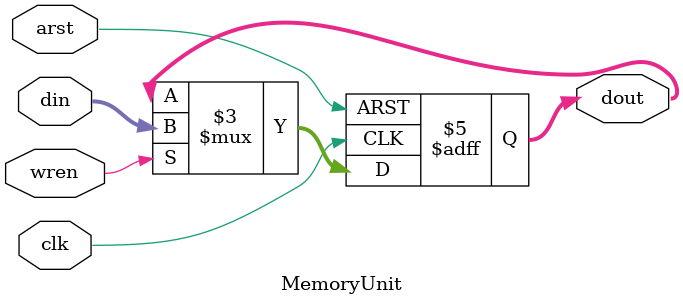
<source format=v>
`timescale 1ns / 1ps
module MemoryUnit (
	input         arst , // async  reset
	input         clk  , // clock  posedge
	input         wren , // write  enabledata
	input  [34:0] din  , // input  data
	output reg [34:0] dout   // output data
);
always @(posedge clk or posedge arst)  
    begin  
      if (arst)  
        dout = 35'b00000000000000000000000000000000000;  
      else  
        if (wren)  
          dout = din;  
    end 

endmodule

</source>
